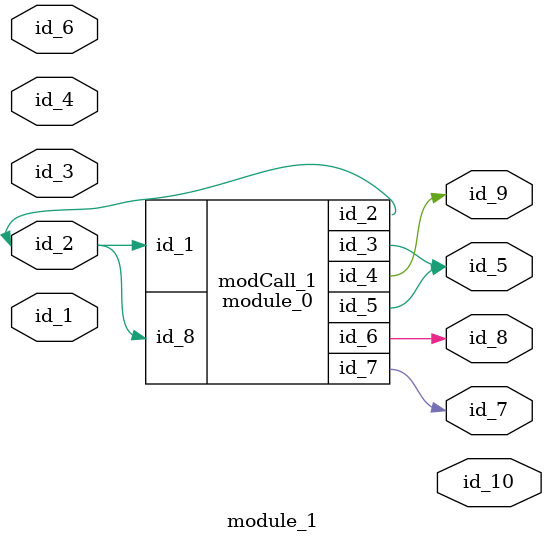
<source format=v>
module module_0 (
    id_1,
    id_2,
    id_3,
    id_4,
    id_5,
    id_6,
    id_7,
    id_8
);
  input wire id_8;
  output wire id_7;
  output wire id_6;
  output wire id_5;
  output wire id_4;
  output wire id_3;
  inout wire id_2;
  input wire id_1;
  wire id_9;
endmodule
module module_1 (
    id_1,
    id_2,
    id_3,
    id_4,
    id_5,
    id_6,
    id_7,
    id_8,
    id_9,
    id_10
);
  output wire id_10;
  output wire id_9;
  output wire id_8;
  output wire id_7;
  input wire id_6;
  output wire id_5;
  inout wire id_4;
  inout wire id_3;
  inout wire id_2;
  input wire id_1;
  initial id_10[1] = id_4;
  module_0 modCall_1 (
      id_2,
      id_2,
      id_5,
      id_9,
      id_5,
      id_8,
      id_7,
      id_2
  );
  wire id_11;
endmodule

</source>
